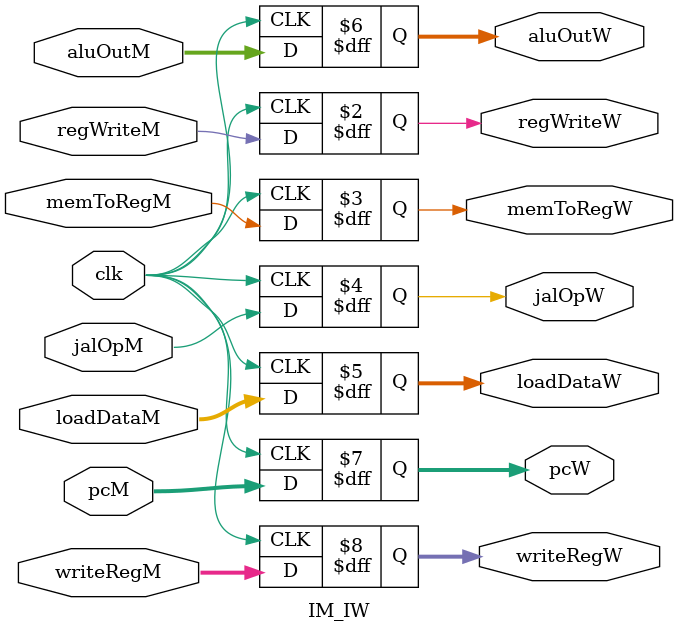
<source format=v>
`timescale 1ns / 1ps
module IM_IW(
    input clk,
    input regWriteM,
    input memToRegM,
    input jalOpM,
    input [31:0] loadDataM,
    input [31:0] aluOutM,
    input [31:0] pcM,
    input [4:0] writeRegM,
    output reg regWriteW ,
    output reg memToRegW ,
    output reg jalOpW ,
    output reg [31:0] loadDataW ,
    output reg [31:0] aluOutW ,
    output reg [31:0] pcW ,
    output reg [4:0] writeRegW 
    );
	 always@(posedge clk)begin
	    regWriteW <= regWriteM;
		 memToRegW <= memToRegM;
		 jalOpW <= jalOpM;
		 loadDataW <= loadDataM;
		 aluOutW <= aluOutM;
		 pcW <= pcM;
		 writeRegW <= writeRegM;
	 end


endmodule

</source>
